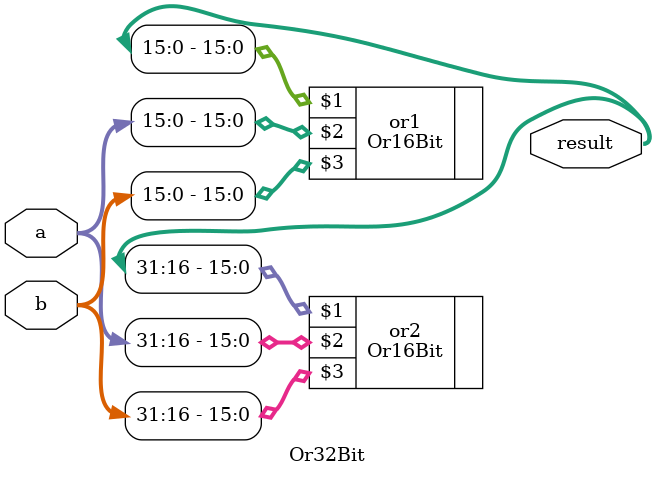
<source format=v>
module Or32Bit(output[32:0] result,
					input[32:0] a, 
					input[32:0] b);

	Or16Bit or1(result[15:0], a[15:0], b[15:0]);
	Or16Bit or2(result[31:16], a[31:16], b[31:16]);

endmodule 
</source>
